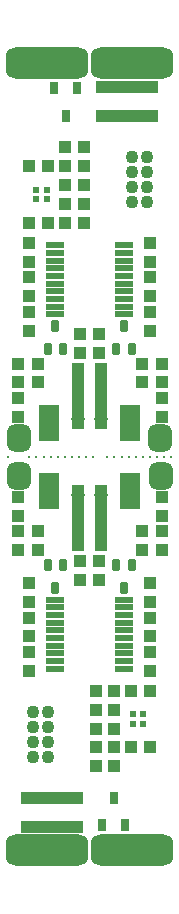
<source format=gts>
G04*
G04 #@! TF.GenerationSoftware,Altium Limited,Altium Designer,21.0.8 (223)*
G04*
G04 Layer_Color=8388736*
%FSLAX25Y25*%
%MOIN*%
G70*
G04*
G04 #@! TF.SameCoordinates,5BEE501C-0E39-4D07-B5F2-D33AD55358CD*
G04*
G04*
G04 #@! TF.FilePolarity,Negative*
G04*
G01*
G75*
G04:AMPARAMS|DCode=14|XSize=275.59mil|YSize=104.33mil|CornerRadius=32.09mil|HoleSize=0mil|Usage=FLASHONLY|Rotation=0.000|XOffset=0mil|YOffset=0mil|HoleType=Round|Shape=RoundedRectangle|*
%AMROUNDEDRECTD14*
21,1,0.27559,0.04016,0,0,0.0*
21,1,0.21142,0.10433,0,0,0.0*
1,1,0.06417,0.10571,-0.02008*
1,1,0.06417,-0.10571,-0.02008*
1,1,0.06417,-0.10571,0.02008*
1,1,0.06417,0.10571,0.02008*
%
%ADD14ROUNDEDRECTD14*%
%ADD15R,0.06102X0.02165*%
%ADD16R,0.06693X0.12205*%
%ADD17R,0.04331X0.22047*%
%ADD18R,0.03937X0.04134*%
%ADD19R,0.04134X0.03937*%
%ADD20R,0.02362X0.02362*%
%ADD21C,0.04331*%
%ADD22R,0.02756X0.04331*%
%ADD23R,0.20866X0.04331*%
G04:AMPARAMS|DCode=24|XSize=42.13mil|YSize=23.62mil|CornerRadius=4.43mil|HoleSize=0mil|Usage=FLASHONLY|Rotation=90.000|XOffset=0mil|YOffset=0mil|HoleType=Round|Shape=RoundedRectangle|*
%AMROUNDEDRECTD24*
21,1,0.04213,0.01476,0,0,90.0*
21,1,0.03327,0.02362,0,0,90.0*
1,1,0.00886,0.00738,0.01663*
1,1,0.00886,0.00738,-0.01663*
1,1,0.00886,-0.00738,-0.01663*
1,1,0.00886,-0.00738,0.01663*
%
%ADD24ROUNDEDRECTD24*%
G04:AMPARAMS|DCode=25|XSize=82.68mil|YSize=90.55mil|CornerRadius=25.59mil|HoleSize=0mil|Usage=FLASHONLY|Rotation=0.000|XOffset=0mil|YOffset=0mil|HoleType=Round|Shape=RoundedRectangle|*
%AMROUNDEDRECTD25*
21,1,0.08268,0.03937,0,0,0.0*
21,1,0.03150,0.09055,0,0,0.0*
1,1,0.05118,0.01575,-0.01968*
1,1,0.05118,-0.01575,-0.01968*
1,1,0.05118,-0.01575,0.01968*
1,1,0.05118,0.01575,0.01968*
%
%ADD25ROUNDEDRECTD25*%
%ADD26C,0.01181*%
%ADD27C,0.04724*%
D14*
X43701Y6614D02*
D03*
Y268976D02*
D03*
X15354Y268976D02*
D03*
Y6614D02*
D03*
D15*
X41043Y90256D02*
D03*
Y87697D02*
D03*
Y85138D02*
D03*
Y82579D02*
D03*
Y80020D02*
D03*
Y77461D02*
D03*
Y74902D02*
D03*
Y72342D02*
D03*
Y69784D02*
D03*
Y67224D02*
D03*
X18012D02*
D03*
Y69784D02*
D03*
Y72342D02*
D03*
Y74902D02*
D03*
Y77461D02*
D03*
Y80020D02*
D03*
Y82579D02*
D03*
Y85138D02*
D03*
Y87697D02*
D03*
Y90256D02*
D03*
X41043Y185335D02*
D03*
Y187894D02*
D03*
Y190453D02*
D03*
Y193012D02*
D03*
Y195571D02*
D03*
Y198130D02*
D03*
Y200689D02*
D03*
Y203248D02*
D03*
Y205807D02*
D03*
Y208366D02*
D03*
X18012D02*
D03*
Y205807D02*
D03*
Y203248D02*
D03*
Y200689D02*
D03*
Y198130D02*
D03*
Y195571D02*
D03*
Y193012D02*
D03*
Y190453D02*
D03*
Y187894D02*
D03*
Y185335D02*
D03*
D16*
X16142Y149213D02*
D03*
X42913D02*
D03*
X16142Y126378D02*
D03*
X42913D02*
D03*
D17*
X25628Y158113D02*
D03*
X33465Y158071D02*
D03*
X25591Y117520D02*
D03*
X33428Y117478D02*
D03*
D18*
X27559Y215748D02*
D03*
X21260D02*
D03*
Y234646D02*
D03*
X27559D02*
D03*
Y222047D02*
D03*
X21260D02*
D03*
X15748Y215748D02*
D03*
X9449D02*
D03*
X21260Y228346D02*
D03*
X27559D02*
D03*
X9449Y234646D02*
D03*
X15748D02*
D03*
X21260Y240945D02*
D03*
X27559D02*
D03*
X37795Y40945D02*
D03*
X31496D02*
D03*
X37795Y47244D02*
D03*
X31496D02*
D03*
Y53543D02*
D03*
X37795D02*
D03*
X43307Y59842D02*
D03*
X49606D02*
D03*
X37795Y34646D02*
D03*
X31496D02*
D03*
X49606Y40945D02*
D03*
X43307D02*
D03*
X37795Y59842D02*
D03*
X31496D02*
D03*
D19*
X9449Y202756D02*
D03*
Y209055D02*
D03*
Y186221D02*
D03*
Y179921D02*
D03*
X53543Y157480D02*
D03*
Y151181D02*
D03*
X49606Y209055D02*
D03*
Y202756D02*
D03*
X5512Y157480D02*
D03*
Y151181D02*
D03*
X49606Y191339D02*
D03*
Y197638D02*
D03*
X9449D02*
D03*
Y191339D02*
D03*
X53543Y168898D02*
D03*
Y162598D02*
D03*
X26378Y178740D02*
D03*
Y172441D02*
D03*
X32677Y178740D02*
D03*
Y172441D02*
D03*
X5512Y162598D02*
D03*
Y168898D02*
D03*
X46850Y162598D02*
D03*
Y168898D02*
D03*
X12205Y162598D02*
D03*
Y168898D02*
D03*
X49606Y179921D02*
D03*
Y186221D02*
D03*
Y77953D02*
D03*
Y84252D02*
D03*
Y89370D02*
D03*
Y95669D02*
D03*
X32677Y96850D02*
D03*
Y103150D02*
D03*
X26378Y96850D02*
D03*
Y103150D02*
D03*
X53543Y112992D02*
D03*
Y106693D02*
D03*
X12205Y112992D02*
D03*
Y106693D02*
D03*
X46850Y112992D02*
D03*
Y106693D02*
D03*
X5512D02*
D03*
Y112992D02*
D03*
X9449Y66535D02*
D03*
Y72835D02*
D03*
X5512Y118110D02*
D03*
Y124409D02*
D03*
X53543Y118110D02*
D03*
Y124409D02*
D03*
X9449Y95669D02*
D03*
Y89370D02*
D03*
Y84252D02*
D03*
Y77953D02*
D03*
X49606Y72835D02*
D03*
Y66535D02*
D03*
D20*
X11614Y223622D02*
D03*
X15157D02*
D03*
Y226772D02*
D03*
X11614D02*
D03*
X47441Y51968D02*
D03*
X43898D02*
D03*
Y48819D02*
D03*
X47441D02*
D03*
D21*
X43504Y222736D02*
D03*
Y227736D02*
D03*
Y232736D02*
D03*
Y237736D02*
D03*
X48504D02*
D03*
Y232736D02*
D03*
Y227736D02*
D03*
Y222736D02*
D03*
X15551Y52854D02*
D03*
Y47854D02*
D03*
Y42854D02*
D03*
Y37854D02*
D03*
X10551D02*
D03*
Y42854D02*
D03*
Y47854D02*
D03*
Y52854D02*
D03*
D22*
X25295Y260630D02*
D03*
X17815D02*
D03*
X21555Y251575D02*
D03*
X33760Y14961D02*
D03*
X41240D02*
D03*
X37500Y24016D02*
D03*
D23*
X42126Y251575D02*
D03*
Y261024D02*
D03*
X16929Y24016D02*
D03*
Y14567D02*
D03*
D24*
X43504Y173701D02*
D03*
X40945Y181417D02*
D03*
X38386Y173701D02*
D03*
X20669D02*
D03*
X18110Y181417D02*
D03*
X15551Y173701D02*
D03*
Y101890D02*
D03*
X18110Y94173D02*
D03*
X20669Y101890D02*
D03*
X38386D02*
D03*
X40945Y94173D02*
D03*
X43504Y101890D02*
D03*
D25*
X5869Y144053D02*
D03*
X53150Y144095D02*
D03*
X5906Y131496D02*
D03*
X53187Y131538D02*
D03*
D26*
X51968Y137795D02*
D03*
X40157D02*
D03*
X42520D02*
D03*
X30709D02*
D03*
X35433D02*
D03*
X44882D02*
D03*
X49606D02*
D03*
X37795D02*
D03*
X54331D02*
D03*
X47244D02*
D03*
X28346D02*
D03*
X25984D02*
D03*
X23622D02*
D03*
X21260D02*
D03*
X18898D02*
D03*
X16535D02*
D03*
X14173D02*
D03*
X11811D02*
D03*
X9449D02*
D03*
X2362D02*
D03*
X56693D02*
D03*
D27*
X33465Y150591D02*
D03*
X25591D02*
D03*
X33465Y125000D02*
D03*
X25591D02*
D03*
M02*

</source>
